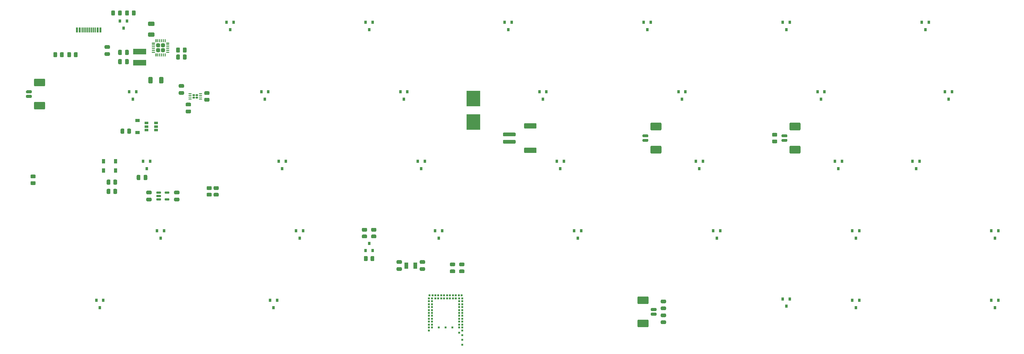
<source format=gbr>
%TF.GenerationSoftware,KiCad,Pcbnew,5.1.9*%
%TF.CreationDate,2021-02-05T17:27:01+00:00*%
%TF.ProjectId,keyboard,6b657962-6f61-4726-942e-6b696361645f,A*%
%TF.SameCoordinates,PX3072580PY3072580*%
%TF.FileFunction,Paste,Bot*%
%TF.FilePolarity,Positive*%
%FSLAX46Y46*%
G04 Gerber Fmt 4.6, Leading zero omitted, Abs format (unit mm)*
G04 Created by KiCad (PCBNEW 5.1.9) date 2021-02-05 17:27:01*
%MOMM*%
%LPD*%
G01*
G04 APERTURE LIST*
%ADD10R,0.900000X1.200000*%
%ADD11R,1.000000X0.700000*%
%ADD12R,3.600000X1.500000*%
%ADD13R,3.810000X4.240000*%
%ADD14R,1.200000X0.900000*%
%ADD15R,0.800000X0.900000*%
%ADD16R,0.600000X1.450000*%
%ADD17R,0.300000X1.450000*%
%ADD18R,1.000000X1.800000*%
%ADD19R,0.500000X0.500000*%
G04 APERTURE END LIST*
%TO.C,R15*%
G36*
G01*
X25165000Y-48710001D02*
X25165000Y-47809999D01*
G75*
G02*
X25414999Y-47560000I249999J0D01*
G01*
X25940001Y-47560000D01*
G75*
G02*
X26190000Y-47809999I0J-249999D01*
G01*
X26190000Y-48710001D01*
G75*
G02*
X25940001Y-48960000I-249999J0D01*
G01*
X25414999Y-48960000D01*
G75*
G02*
X25165000Y-48710001I0J249999D01*
G01*
G37*
G36*
G01*
X23340000Y-48710001D02*
X23340000Y-47809999D01*
G75*
G02*
X23589999Y-47560000I249999J0D01*
G01*
X24115001Y-47560000D01*
G75*
G02*
X24365000Y-47809999I0J-249999D01*
G01*
X24365000Y-48710001D01*
G75*
G02*
X24115001Y-48960000I-249999J0D01*
G01*
X23589999Y-48960000D01*
G75*
G02*
X23340000Y-48710001I0J249999D01*
G01*
G37*
%TD*%
%TO.C,R16*%
G36*
G01*
X25165000Y-51250001D02*
X25165000Y-50349999D01*
G75*
G02*
X25414999Y-50100000I249999J0D01*
G01*
X25940001Y-50100000D01*
G75*
G02*
X26190000Y-50349999I0J-249999D01*
G01*
X26190000Y-51250001D01*
G75*
G02*
X25940001Y-51500000I-249999J0D01*
G01*
X25414999Y-51500000D01*
G75*
G02*
X25165000Y-51250001I0J249999D01*
G01*
G37*
G36*
G01*
X23340000Y-51250001D02*
X23340000Y-50349999D01*
G75*
G02*
X23589999Y-50100000I249999J0D01*
G01*
X24115001Y-50100000D01*
G75*
G02*
X24365000Y-50349999I0J-249999D01*
G01*
X24365000Y-51250001D01*
G75*
G02*
X24115001Y-51500000I-249999J0D01*
G01*
X23589999Y-51500000D01*
G75*
G02*
X23340000Y-51250001I0J249999D01*
G01*
G37*
%TD*%
D10*
%TO.C,D36*%
X22480000Y-45085000D03*
X25780000Y-45085000D03*
%TD*%
%TO.C,D35*%
X22480000Y-42545000D03*
X25780000Y-42545000D03*
%TD*%
%TO.C,C16*%
G36*
G01*
X33470000Y-47465000D02*
X33470000Y-46515000D01*
G75*
G02*
X33720000Y-46265000I250000J0D01*
G01*
X34220000Y-46265000D01*
G75*
G02*
X34470000Y-46515000I0J-250000D01*
G01*
X34470000Y-47465000D01*
G75*
G02*
X34220000Y-47715000I-250000J0D01*
G01*
X33720000Y-47715000D01*
G75*
G02*
X33470000Y-47465000I0J250000D01*
G01*
G37*
G36*
G01*
X31570000Y-47465000D02*
X31570000Y-46515000D01*
G75*
G02*
X31820000Y-46265000I250000J0D01*
G01*
X32320000Y-46265000D01*
G75*
G02*
X32570000Y-46515000I0J-250000D01*
G01*
X32570000Y-47465000D01*
G75*
G02*
X32320000Y-47715000I-250000J0D01*
G01*
X31820000Y-47715000D01*
G75*
G02*
X31570000Y-47465000I0J250000D01*
G01*
G37*
%TD*%
%TO.C,J9*%
G36*
G01*
X3695000Y-26255000D02*
X6195000Y-26255000D01*
G75*
G02*
X6445000Y-26505000I0J-250000D01*
G01*
X6445000Y-28105000D01*
G75*
G02*
X6195000Y-28355000I-250000J0D01*
G01*
X3695000Y-28355000D01*
G75*
G02*
X3445000Y-28105000I0J250000D01*
G01*
X3445000Y-26505000D01*
G75*
G02*
X3695000Y-26255000I250000J0D01*
G01*
G37*
G36*
G01*
X3695000Y-19905000D02*
X6195000Y-19905000D01*
G75*
G02*
X6445000Y-20155000I0J-250000D01*
G01*
X6445000Y-21755000D01*
G75*
G02*
X6195000Y-22005000I-250000J0D01*
G01*
X3695000Y-22005000D01*
G75*
G02*
X3445000Y-21755000I0J250000D01*
G01*
X3445000Y-20155000D01*
G75*
G02*
X3695000Y-19905000I250000J0D01*
G01*
G37*
G36*
G01*
X1445000Y-24355000D02*
X2645000Y-24355000D01*
G75*
G02*
X2845000Y-24555000I0J-200000D01*
G01*
X2845000Y-24955000D01*
G75*
G02*
X2645000Y-25155000I-200000J0D01*
G01*
X1445000Y-25155000D01*
G75*
G02*
X1245000Y-24955000I0J200000D01*
G01*
X1245000Y-24555000D01*
G75*
G02*
X1445000Y-24355000I200000J0D01*
G01*
G37*
G36*
G01*
X1445000Y-23105000D02*
X2645000Y-23105000D01*
G75*
G02*
X2845000Y-23305000I0J-200000D01*
G01*
X2845000Y-23705000D01*
G75*
G02*
X2645000Y-23905000I-200000J0D01*
G01*
X1445000Y-23905000D01*
G75*
G02*
X1245000Y-23705000I0J200000D01*
G01*
X1245000Y-23305000D01*
G75*
G02*
X1445000Y-23105000I200000J0D01*
G01*
G37*
%TD*%
%TO.C,R14*%
G36*
G01*
X3625001Y-47225000D02*
X2724999Y-47225000D01*
G75*
G02*
X2475000Y-46975001I0J249999D01*
G01*
X2475000Y-46449999D01*
G75*
G02*
X2724999Y-46200000I249999J0D01*
G01*
X3625001Y-46200000D01*
G75*
G02*
X3875000Y-46449999I0J-249999D01*
G01*
X3875000Y-46975001D01*
G75*
G02*
X3625001Y-47225000I-249999J0D01*
G01*
G37*
G36*
G01*
X3625001Y-49050000D02*
X2724999Y-49050000D01*
G75*
G02*
X2475000Y-48800001I0J249999D01*
G01*
X2475000Y-48274999D01*
G75*
G02*
X2724999Y-48025000I249999J0D01*
G01*
X3625001Y-48025000D01*
G75*
G02*
X3875000Y-48274999I0J-249999D01*
G01*
X3875000Y-48800001D01*
G75*
G02*
X3625001Y-49050000I-249999J0D01*
G01*
G37*
%TD*%
%TO.C,C10*%
G36*
G01*
X45245000Y-28390000D02*
X46195000Y-28390000D01*
G75*
G02*
X46445000Y-28640000I0J-250000D01*
G01*
X46445000Y-29140000D01*
G75*
G02*
X46195000Y-29390000I-250000J0D01*
G01*
X45245000Y-29390000D01*
G75*
G02*
X44995000Y-29140000I0J250000D01*
G01*
X44995000Y-28640000D01*
G75*
G02*
X45245000Y-28390000I250000J0D01*
G01*
G37*
G36*
G01*
X45245000Y-26490000D02*
X46195000Y-26490000D01*
G75*
G02*
X46445000Y-26740000I0J-250000D01*
G01*
X46445000Y-27240000D01*
G75*
G02*
X46195000Y-27490000I-250000J0D01*
G01*
X45245000Y-27490000D01*
G75*
G02*
X44995000Y-27240000I0J250000D01*
G01*
X44995000Y-26740000D01*
G75*
G02*
X45245000Y-26490000I250000J0D01*
G01*
G37*
%TD*%
%TO.C,C15*%
G36*
G01*
X175420000Y-82360000D02*
X176370000Y-82360000D01*
G75*
G02*
X176620000Y-82610000I0J-250000D01*
G01*
X176620000Y-83110000D01*
G75*
G02*
X176370000Y-83360000I-250000J0D01*
G01*
X175420000Y-83360000D01*
G75*
G02*
X175170000Y-83110000I0J250000D01*
G01*
X175170000Y-82610000D01*
G75*
G02*
X175420000Y-82360000I250000J0D01*
G01*
G37*
G36*
G01*
X175420000Y-80460000D02*
X176370000Y-80460000D01*
G75*
G02*
X176620000Y-80710000I0J-250000D01*
G01*
X176620000Y-81210000D01*
G75*
G02*
X176370000Y-81460000I-250000J0D01*
G01*
X175420000Y-81460000D01*
G75*
G02*
X175170000Y-81210000I0J250000D01*
G01*
X175170000Y-80710000D01*
G75*
G02*
X175420000Y-80460000I250000J0D01*
G01*
G37*
%TD*%
%TO.C,C14*%
G36*
G01*
X175420000Y-86175000D02*
X176370000Y-86175000D01*
G75*
G02*
X176620000Y-86425000I0J-250000D01*
G01*
X176620000Y-86925000D01*
G75*
G02*
X176370000Y-87175000I-250000J0D01*
G01*
X175420000Y-87175000D01*
G75*
G02*
X175170000Y-86925000I0J250000D01*
G01*
X175170000Y-86425000D01*
G75*
G02*
X175420000Y-86175000I250000J0D01*
G01*
G37*
G36*
G01*
X175420000Y-84275000D02*
X176370000Y-84275000D01*
G75*
G02*
X176620000Y-84525000I0J-250000D01*
G01*
X176620000Y-85025000D01*
G75*
G02*
X176370000Y-85275000I-250000J0D01*
G01*
X175420000Y-85275000D01*
G75*
G02*
X175170000Y-85025000I0J250000D01*
G01*
X175170000Y-84525000D01*
G75*
G02*
X175420000Y-84275000I250000J0D01*
G01*
G37*
%TD*%
%TO.C,J8*%
G36*
G01*
X171565000Y-81695000D02*
X169065000Y-81695000D01*
G75*
G02*
X168815000Y-81445000I0J250000D01*
G01*
X168815000Y-79845000D01*
G75*
G02*
X169065000Y-79595000I250000J0D01*
G01*
X171565000Y-79595000D01*
G75*
G02*
X171815000Y-79845000I0J-250000D01*
G01*
X171815000Y-81445000D01*
G75*
G02*
X171565000Y-81695000I-250000J0D01*
G01*
G37*
G36*
G01*
X171565000Y-88045000D02*
X169065000Y-88045000D01*
G75*
G02*
X168815000Y-87795000I0J250000D01*
G01*
X168815000Y-86195000D01*
G75*
G02*
X169065000Y-85945000I250000J0D01*
G01*
X171565000Y-85945000D01*
G75*
G02*
X171815000Y-86195000I0J-250000D01*
G01*
X171815000Y-87795000D01*
G75*
G02*
X171565000Y-88045000I-250000J0D01*
G01*
G37*
G36*
G01*
X173815000Y-83595000D02*
X172615000Y-83595000D01*
G75*
G02*
X172415000Y-83395000I0J200000D01*
G01*
X172415000Y-82995000D01*
G75*
G02*
X172615000Y-82795000I200000J0D01*
G01*
X173815000Y-82795000D01*
G75*
G02*
X174015000Y-82995000I0J-200000D01*
G01*
X174015000Y-83395000D01*
G75*
G02*
X173815000Y-83595000I-200000J0D01*
G01*
G37*
G36*
G01*
X173815000Y-84845000D02*
X172615000Y-84845000D01*
G75*
G02*
X172415000Y-84645000I0J200000D01*
G01*
X172415000Y-84245000D01*
G75*
G02*
X172615000Y-84045000I200000J0D01*
G01*
X173815000Y-84045000D01*
G75*
G02*
X174015000Y-84245000I0J-200000D01*
G01*
X174015000Y-84645000D01*
G75*
G02*
X173815000Y-84845000I-200000J0D01*
G01*
G37*
%TD*%
%TO.C,R13*%
G36*
G01*
X53790001Y-50400000D02*
X52889999Y-50400000D01*
G75*
G02*
X52640000Y-50150001I0J249999D01*
G01*
X52640000Y-49624999D01*
G75*
G02*
X52889999Y-49375000I249999J0D01*
G01*
X53790001Y-49375000D01*
G75*
G02*
X54040000Y-49624999I0J-249999D01*
G01*
X54040000Y-50150001D01*
G75*
G02*
X53790001Y-50400000I-249999J0D01*
G01*
G37*
G36*
G01*
X53790001Y-52225000D02*
X52889999Y-52225000D01*
G75*
G02*
X52640000Y-51975001I0J249999D01*
G01*
X52640000Y-51449999D01*
G75*
G02*
X52889999Y-51200000I249999J0D01*
G01*
X53790001Y-51200000D01*
G75*
G02*
X54040000Y-51449999I0J-249999D01*
G01*
X54040000Y-51975001D01*
G75*
G02*
X53790001Y-52225000I-249999J0D01*
G01*
G37*
%TD*%
%TO.C,R12*%
G36*
G01*
X51885001Y-50400000D02*
X50984999Y-50400000D01*
G75*
G02*
X50735000Y-50150001I0J249999D01*
G01*
X50735000Y-49624999D01*
G75*
G02*
X50984999Y-49375000I249999J0D01*
G01*
X51885001Y-49375000D01*
G75*
G02*
X52135000Y-49624999I0J-249999D01*
G01*
X52135000Y-50150001D01*
G75*
G02*
X51885001Y-50400000I-249999J0D01*
G01*
G37*
G36*
G01*
X51885001Y-52225000D02*
X50984999Y-52225000D01*
G75*
G02*
X50735000Y-51975001I0J249999D01*
G01*
X50735000Y-51449999D01*
G75*
G02*
X50984999Y-51200000I249999J0D01*
G01*
X51885001Y-51200000D01*
G75*
G02*
X52135000Y-51449999I0J-249999D01*
G01*
X52135000Y-51975001D01*
G75*
G02*
X51885001Y-52225000I-249999J0D01*
G01*
G37*
%TD*%
%TO.C,R10*%
G36*
G01*
X28175000Y-33839999D02*
X28175000Y-34740001D01*
G75*
G02*
X27925001Y-34990000I-249999J0D01*
G01*
X27399999Y-34990000D01*
G75*
G02*
X27150000Y-34740001I0J249999D01*
G01*
X27150000Y-33839999D01*
G75*
G02*
X27399999Y-33590000I249999J0D01*
G01*
X27925001Y-33590000D01*
G75*
G02*
X28175000Y-33839999I0J-249999D01*
G01*
G37*
G36*
G01*
X30000000Y-33839999D02*
X30000000Y-34740001D01*
G75*
G02*
X29750001Y-34990000I-249999J0D01*
G01*
X29224999Y-34990000D01*
G75*
G02*
X28975000Y-34740001I0J249999D01*
G01*
X28975000Y-33839999D01*
G75*
G02*
X29224999Y-33590000I249999J0D01*
G01*
X29750001Y-33590000D01*
G75*
G02*
X30000000Y-33839999I0J-249999D01*
G01*
G37*
%TD*%
%TO.C,C9*%
G36*
G01*
X37730000Y-20970001D02*
X37730000Y-19669999D01*
G75*
G02*
X37979999Y-19420000I249999J0D01*
G01*
X38630001Y-19420000D01*
G75*
G02*
X38880000Y-19669999I0J-249999D01*
G01*
X38880000Y-20970001D01*
G75*
G02*
X38630001Y-21220000I-249999J0D01*
G01*
X37979999Y-21220000D01*
G75*
G02*
X37730000Y-20970001I0J249999D01*
G01*
G37*
G36*
G01*
X34780000Y-20970001D02*
X34780000Y-19669999D01*
G75*
G02*
X35029999Y-19420000I249999J0D01*
G01*
X35680001Y-19420000D01*
G75*
G02*
X35930000Y-19669999I0J-249999D01*
G01*
X35930000Y-20970001D01*
G75*
G02*
X35680001Y-21220000I-249999J0D01*
G01*
X35029999Y-21220000D01*
G75*
G02*
X34780000Y-20970001I0J249999D01*
G01*
G37*
%TD*%
%TO.C,C6*%
G36*
G01*
X36210001Y-5450000D02*
X34909999Y-5450000D01*
G75*
G02*
X34660000Y-5200001I0J249999D01*
G01*
X34660000Y-4549999D01*
G75*
G02*
X34909999Y-4300000I249999J0D01*
G01*
X36210001Y-4300000D01*
G75*
G02*
X36460000Y-4549999I0J-249999D01*
G01*
X36460000Y-5200001D01*
G75*
G02*
X36210001Y-5450000I-249999J0D01*
G01*
G37*
G36*
G01*
X36210001Y-8400000D02*
X34909999Y-8400000D01*
G75*
G02*
X34660000Y-8150001I0J249999D01*
G01*
X34660000Y-7499999D01*
G75*
G02*
X34909999Y-7250000I249999J0D01*
G01*
X36210001Y-7250000D01*
G75*
G02*
X36460000Y-7499999I0J-249999D01*
G01*
X36460000Y-8150001D01*
G75*
G02*
X36210001Y-8400000I-249999J0D01*
G01*
G37*
%TD*%
%TO.C,U4*%
G36*
G01*
X39210000Y-53170000D02*
X39210000Y-52870000D01*
G75*
G02*
X39360000Y-52720000I150000J0D01*
G01*
X40385000Y-52720000D01*
G75*
G02*
X40535000Y-52870000I0J-150000D01*
G01*
X40535000Y-53170000D01*
G75*
G02*
X40385000Y-53320000I-150000J0D01*
G01*
X39360000Y-53320000D01*
G75*
G02*
X39210000Y-53170000I0J150000D01*
G01*
G37*
G36*
G01*
X39210000Y-51270000D02*
X39210000Y-50970000D01*
G75*
G02*
X39360000Y-50820000I150000J0D01*
G01*
X40385000Y-50820000D01*
G75*
G02*
X40535000Y-50970000I0J-150000D01*
G01*
X40535000Y-51270000D01*
G75*
G02*
X40385000Y-51420000I-150000J0D01*
G01*
X39360000Y-51420000D01*
G75*
G02*
X39210000Y-51270000I0J150000D01*
G01*
G37*
G36*
G01*
X36935000Y-51270000D02*
X36935000Y-50970000D01*
G75*
G02*
X37085000Y-50820000I150000J0D01*
G01*
X38110000Y-50820000D01*
G75*
G02*
X38260000Y-50970000I0J-150000D01*
G01*
X38260000Y-51270000D01*
G75*
G02*
X38110000Y-51420000I-150000J0D01*
G01*
X37085000Y-51420000D01*
G75*
G02*
X36935000Y-51270000I0J150000D01*
G01*
G37*
G36*
G01*
X36935000Y-52220000D02*
X36935000Y-51920000D01*
G75*
G02*
X37085000Y-51770000I150000J0D01*
G01*
X38110000Y-51770000D01*
G75*
G02*
X38260000Y-51920000I0J-150000D01*
G01*
X38260000Y-52220000D01*
G75*
G02*
X38110000Y-52370000I-150000J0D01*
G01*
X37085000Y-52370000D01*
G75*
G02*
X36935000Y-52220000I0J150000D01*
G01*
G37*
G36*
G01*
X36935000Y-53170000D02*
X36935000Y-52870000D01*
G75*
G02*
X37085000Y-52720000I150000J0D01*
G01*
X38110000Y-52720000D01*
G75*
G02*
X38260000Y-52870000I0J-150000D01*
G01*
X38260000Y-53170000D01*
G75*
G02*
X38110000Y-53320000I-150000J0D01*
G01*
X37085000Y-53320000D01*
G75*
G02*
X36935000Y-53170000I0J150000D01*
G01*
G37*
%TD*%
%TO.C,U3*%
G36*
G01*
X47705000Y-24555000D02*
X47705000Y-24275000D01*
G75*
G02*
X47845000Y-24135000I140000J0D01*
G01*
X48255000Y-24135000D01*
G75*
G02*
X48395000Y-24275000I0J-140000D01*
G01*
X48395000Y-24555000D01*
G75*
G02*
X48255000Y-24695000I-140000J0D01*
G01*
X47845000Y-24695000D01*
G75*
G02*
X47705000Y-24555000I0J140000D01*
G01*
G37*
G36*
G01*
X47705000Y-25255000D02*
X47705000Y-24975000D01*
G75*
G02*
X47845000Y-24835000I140000J0D01*
G01*
X48255000Y-24835000D01*
G75*
G02*
X48395000Y-24975000I0J-140000D01*
G01*
X48395000Y-25255000D01*
G75*
G02*
X48255000Y-25395000I-140000J0D01*
G01*
X47845000Y-25395000D01*
G75*
G02*
X47705000Y-25255000I0J140000D01*
G01*
G37*
G36*
G01*
X46855000Y-24555000D02*
X46855000Y-24275000D01*
G75*
G02*
X46995000Y-24135000I140000J0D01*
G01*
X47405000Y-24135000D01*
G75*
G02*
X47545000Y-24275000I0J-140000D01*
G01*
X47545000Y-24555000D01*
G75*
G02*
X47405000Y-24695000I-140000J0D01*
G01*
X46995000Y-24695000D01*
G75*
G02*
X46855000Y-24555000I0J140000D01*
G01*
G37*
G36*
G01*
X46855000Y-25255000D02*
X46855000Y-24975000D01*
G75*
G02*
X46995000Y-24835000I140000J0D01*
G01*
X47405000Y-24835000D01*
G75*
G02*
X47545000Y-24975000I0J-140000D01*
G01*
X47545000Y-25255000D01*
G75*
G02*
X47405000Y-25395000I-140000J0D01*
G01*
X46995000Y-25395000D01*
G75*
G02*
X46855000Y-25255000I0J140000D01*
G01*
G37*
G36*
G01*
X48675000Y-25577500D02*
X48675000Y-25452500D01*
G75*
G02*
X48737500Y-25390000I62500J0D01*
G01*
X49412500Y-25390000D01*
G75*
G02*
X49475000Y-25452500I0J-62500D01*
G01*
X49475000Y-25577500D01*
G75*
G02*
X49412500Y-25640000I-62500J0D01*
G01*
X48737500Y-25640000D01*
G75*
G02*
X48675000Y-25577500I0J62500D01*
G01*
G37*
G36*
G01*
X48675000Y-25077500D02*
X48675000Y-24952500D01*
G75*
G02*
X48737500Y-24890000I62500J0D01*
G01*
X49412500Y-24890000D01*
G75*
G02*
X49475000Y-24952500I0J-62500D01*
G01*
X49475000Y-25077500D01*
G75*
G02*
X49412500Y-25140000I-62500J0D01*
G01*
X48737500Y-25140000D01*
G75*
G02*
X48675000Y-25077500I0J62500D01*
G01*
G37*
G36*
G01*
X48675000Y-24577500D02*
X48675000Y-24452500D01*
G75*
G02*
X48737500Y-24390000I62500J0D01*
G01*
X49412500Y-24390000D01*
G75*
G02*
X49475000Y-24452500I0J-62500D01*
G01*
X49475000Y-24577500D01*
G75*
G02*
X49412500Y-24640000I-62500J0D01*
G01*
X48737500Y-24640000D01*
G75*
G02*
X48675000Y-24577500I0J62500D01*
G01*
G37*
G36*
G01*
X48675000Y-24077500D02*
X48675000Y-23952500D01*
G75*
G02*
X48737500Y-23890000I62500J0D01*
G01*
X49412500Y-23890000D01*
G75*
G02*
X49475000Y-23952500I0J-62500D01*
G01*
X49475000Y-24077500D01*
G75*
G02*
X49412500Y-24140000I-62500J0D01*
G01*
X48737500Y-24140000D01*
G75*
G02*
X48675000Y-24077500I0J62500D01*
G01*
G37*
G36*
G01*
X45775000Y-24077500D02*
X45775000Y-23952500D01*
G75*
G02*
X45837500Y-23890000I62500J0D01*
G01*
X46512500Y-23890000D01*
G75*
G02*
X46575000Y-23952500I0J-62500D01*
G01*
X46575000Y-24077500D01*
G75*
G02*
X46512500Y-24140000I-62500J0D01*
G01*
X45837500Y-24140000D01*
G75*
G02*
X45775000Y-24077500I0J62500D01*
G01*
G37*
G36*
G01*
X45775000Y-24577500D02*
X45775000Y-24452500D01*
G75*
G02*
X45837500Y-24390000I62500J0D01*
G01*
X46512500Y-24390000D01*
G75*
G02*
X46575000Y-24452500I0J-62500D01*
G01*
X46575000Y-24577500D01*
G75*
G02*
X46512500Y-24640000I-62500J0D01*
G01*
X45837500Y-24640000D01*
G75*
G02*
X45775000Y-24577500I0J62500D01*
G01*
G37*
G36*
G01*
X45775000Y-25077500D02*
X45775000Y-24952500D01*
G75*
G02*
X45837500Y-24890000I62500J0D01*
G01*
X46512500Y-24890000D01*
G75*
G02*
X46575000Y-24952500I0J-62500D01*
G01*
X46575000Y-25077500D01*
G75*
G02*
X46512500Y-25140000I-62500J0D01*
G01*
X45837500Y-25140000D01*
G75*
G02*
X45775000Y-25077500I0J62500D01*
G01*
G37*
G36*
G01*
X45775000Y-25577500D02*
X45775000Y-25452500D01*
G75*
G02*
X45837500Y-25390000I62500J0D01*
G01*
X46512500Y-25390000D01*
G75*
G02*
X46575000Y-25452500I0J-62500D01*
G01*
X46575000Y-25577500D01*
G75*
G02*
X46512500Y-25640000I-62500J0D01*
G01*
X45837500Y-25640000D01*
G75*
G02*
X45775000Y-25577500I0J62500D01*
G01*
G37*
%TD*%
%TO.C,U2*%
G36*
G01*
X38475000Y-11555000D02*
X39045000Y-11555000D01*
G75*
G02*
X39295000Y-11805000I0J-250000D01*
G01*
X39295000Y-12375000D01*
G75*
G02*
X39045000Y-12625000I-250000J0D01*
G01*
X38475000Y-12625000D01*
G75*
G02*
X38225000Y-12375000I0J250000D01*
G01*
X38225000Y-11805000D01*
G75*
G02*
X38475000Y-11555000I250000J0D01*
G01*
G37*
G36*
G01*
X37155000Y-11555000D02*
X37725000Y-11555000D01*
G75*
G02*
X37975000Y-11805000I0J-250000D01*
G01*
X37975000Y-12375000D01*
G75*
G02*
X37725000Y-12625000I-250000J0D01*
G01*
X37155000Y-12625000D01*
G75*
G02*
X36905000Y-12375000I0J250000D01*
G01*
X36905000Y-11805000D01*
G75*
G02*
X37155000Y-11555000I250000J0D01*
G01*
G37*
G36*
G01*
X38475000Y-10235000D02*
X39045000Y-10235000D01*
G75*
G02*
X39295000Y-10485000I0J-250000D01*
G01*
X39295000Y-11055000D01*
G75*
G02*
X39045000Y-11305000I-250000J0D01*
G01*
X38475000Y-11305000D01*
G75*
G02*
X38225000Y-11055000I0J250000D01*
G01*
X38225000Y-10485000D01*
G75*
G02*
X38475000Y-10235000I250000J0D01*
G01*
G37*
G36*
G01*
X37155000Y-10235000D02*
X37725000Y-10235000D01*
G75*
G02*
X37975000Y-10485000I0J-250000D01*
G01*
X37975000Y-11055000D01*
G75*
G02*
X37725000Y-11305000I-250000J0D01*
G01*
X37155000Y-11305000D01*
G75*
G02*
X36905000Y-11055000I0J250000D01*
G01*
X36905000Y-10485000D01*
G75*
G02*
X37155000Y-10235000I250000J0D01*
G01*
G37*
G36*
G01*
X35800000Y-10030000D02*
X36500000Y-10030000D01*
G75*
G02*
X36575000Y-10105000I0J-75000D01*
G01*
X36575000Y-10255000D01*
G75*
G02*
X36500000Y-10330000I-75000J0D01*
G01*
X35800000Y-10330000D01*
G75*
G02*
X35725000Y-10255000I0J75000D01*
G01*
X35725000Y-10105000D01*
G75*
G02*
X35800000Y-10030000I75000J0D01*
G01*
G37*
G36*
G01*
X35800000Y-10530000D02*
X36500000Y-10530000D01*
G75*
G02*
X36575000Y-10605000I0J-75000D01*
G01*
X36575000Y-10755000D01*
G75*
G02*
X36500000Y-10830000I-75000J0D01*
G01*
X35800000Y-10830000D01*
G75*
G02*
X35725000Y-10755000I0J75000D01*
G01*
X35725000Y-10605000D01*
G75*
G02*
X35800000Y-10530000I75000J0D01*
G01*
G37*
G36*
G01*
X35800000Y-11030000D02*
X36500000Y-11030000D01*
G75*
G02*
X36575000Y-11105000I0J-75000D01*
G01*
X36575000Y-11255000D01*
G75*
G02*
X36500000Y-11330000I-75000J0D01*
G01*
X35800000Y-11330000D01*
G75*
G02*
X35725000Y-11255000I0J75000D01*
G01*
X35725000Y-11105000D01*
G75*
G02*
X35800000Y-11030000I75000J0D01*
G01*
G37*
G36*
G01*
X35800000Y-11530000D02*
X36500000Y-11530000D01*
G75*
G02*
X36575000Y-11605000I0J-75000D01*
G01*
X36575000Y-11755000D01*
G75*
G02*
X36500000Y-11830000I-75000J0D01*
G01*
X35800000Y-11830000D01*
G75*
G02*
X35725000Y-11755000I0J75000D01*
G01*
X35725000Y-11605000D01*
G75*
G02*
X35800000Y-11530000I75000J0D01*
G01*
G37*
G36*
G01*
X35800000Y-12030000D02*
X36500000Y-12030000D01*
G75*
G02*
X36575000Y-12105000I0J-75000D01*
G01*
X36575000Y-12255000D01*
G75*
G02*
X36500000Y-12330000I-75000J0D01*
G01*
X35800000Y-12330000D01*
G75*
G02*
X35725000Y-12255000I0J75000D01*
G01*
X35725000Y-12105000D01*
G75*
G02*
X35800000Y-12030000I75000J0D01*
G01*
G37*
G36*
G01*
X35800000Y-12530000D02*
X36500000Y-12530000D01*
G75*
G02*
X36575000Y-12605000I0J-75000D01*
G01*
X36575000Y-12755000D01*
G75*
G02*
X36500000Y-12830000I-75000J0D01*
G01*
X35800000Y-12830000D01*
G75*
G02*
X35725000Y-12755000I0J75000D01*
G01*
X35725000Y-12605000D01*
G75*
G02*
X35800000Y-12530000I75000J0D01*
G01*
G37*
G36*
G01*
X36775000Y-12955000D02*
X36925000Y-12955000D01*
G75*
G02*
X37000000Y-13030000I0J-75000D01*
G01*
X37000000Y-13730000D01*
G75*
G02*
X36925000Y-13805000I-75000J0D01*
G01*
X36775000Y-13805000D01*
G75*
G02*
X36700000Y-13730000I0J75000D01*
G01*
X36700000Y-13030000D01*
G75*
G02*
X36775000Y-12955000I75000J0D01*
G01*
G37*
G36*
G01*
X37275000Y-12955000D02*
X37425000Y-12955000D01*
G75*
G02*
X37500000Y-13030000I0J-75000D01*
G01*
X37500000Y-13730000D01*
G75*
G02*
X37425000Y-13805000I-75000J0D01*
G01*
X37275000Y-13805000D01*
G75*
G02*
X37200000Y-13730000I0J75000D01*
G01*
X37200000Y-13030000D01*
G75*
G02*
X37275000Y-12955000I75000J0D01*
G01*
G37*
G36*
G01*
X37775000Y-12955000D02*
X37925000Y-12955000D01*
G75*
G02*
X38000000Y-13030000I0J-75000D01*
G01*
X38000000Y-13730000D01*
G75*
G02*
X37925000Y-13805000I-75000J0D01*
G01*
X37775000Y-13805000D01*
G75*
G02*
X37700000Y-13730000I0J75000D01*
G01*
X37700000Y-13030000D01*
G75*
G02*
X37775000Y-12955000I75000J0D01*
G01*
G37*
G36*
G01*
X38275000Y-12955000D02*
X38425000Y-12955000D01*
G75*
G02*
X38500000Y-13030000I0J-75000D01*
G01*
X38500000Y-13730000D01*
G75*
G02*
X38425000Y-13805000I-75000J0D01*
G01*
X38275000Y-13805000D01*
G75*
G02*
X38200000Y-13730000I0J75000D01*
G01*
X38200000Y-13030000D01*
G75*
G02*
X38275000Y-12955000I75000J0D01*
G01*
G37*
G36*
G01*
X38775000Y-12955000D02*
X38925000Y-12955000D01*
G75*
G02*
X39000000Y-13030000I0J-75000D01*
G01*
X39000000Y-13730000D01*
G75*
G02*
X38925000Y-13805000I-75000J0D01*
G01*
X38775000Y-13805000D01*
G75*
G02*
X38700000Y-13730000I0J75000D01*
G01*
X38700000Y-13030000D01*
G75*
G02*
X38775000Y-12955000I75000J0D01*
G01*
G37*
G36*
G01*
X39275000Y-12955000D02*
X39425000Y-12955000D01*
G75*
G02*
X39500000Y-13030000I0J-75000D01*
G01*
X39500000Y-13730000D01*
G75*
G02*
X39425000Y-13805000I-75000J0D01*
G01*
X39275000Y-13805000D01*
G75*
G02*
X39200000Y-13730000I0J75000D01*
G01*
X39200000Y-13030000D01*
G75*
G02*
X39275000Y-12955000I75000J0D01*
G01*
G37*
G36*
G01*
X39700000Y-12530000D02*
X40400000Y-12530000D01*
G75*
G02*
X40475000Y-12605000I0J-75000D01*
G01*
X40475000Y-12755000D01*
G75*
G02*
X40400000Y-12830000I-75000J0D01*
G01*
X39700000Y-12830000D01*
G75*
G02*
X39625000Y-12755000I0J75000D01*
G01*
X39625000Y-12605000D01*
G75*
G02*
X39700000Y-12530000I75000J0D01*
G01*
G37*
G36*
G01*
X39700000Y-12030000D02*
X40400000Y-12030000D01*
G75*
G02*
X40475000Y-12105000I0J-75000D01*
G01*
X40475000Y-12255000D01*
G75*
G02*
X40400000Y-12330000I-75000J0D01*
G01*
X39700000Y-12330000D01*
G75*
G02*
X39625000Y-12255000I0J75000D01*
G01*
X39625000Y-12105000D01*
G75*
G02*
X39700000Y-12030000I75000J0D01*
G01*
G37*
G36*
G01*
X39700000Y-11530000D02*
X40400000Y-11530000D01*
G75*
G02*
X40475000Y-11605000I0J-75000D01*
G01*
X40475000Y-11755000D01*
G75*
G02*
X40400000Y-11830000I-75000J0D01*
G01*
X39700000Y-11830000D01*
G75*
G02*
X39625000Y-11755000I0J75000D01*
G01*
X39625000Y-11605000D01*
G75*
G02*
X39700000Y-11530000I75000J0D01*
G01*
G37*
G36*
G01*
X39700000Y-11030000D02*
X40400000Y-11030000D01*
G75*
G02*
X40475000Y-11105000I0J-75000D01*
G01*
X40475000Y-11255000D01*
G75*
G02*
X40400000Y-11330000I-75000J0D01*
G01*
X39700000Y-11330000D01*
G75*
G02*
X39625000Y-11255000I0J75000D01*
G01*
X39625000Y-11105000D01*
G75*
G02*
X39700000Y-11030000I75000J0D01*
G01*
G37*
G36*
G01*
X39700000Y-10530000D02*
X40400000Y-10530000D01*
G75*
G02*
X40475000Y-10605000I0J-75000D01*
G01*
X40475000Y-10755000D01*
G75*
G02*
X40400000Y-10830000I-75000J0D01*
G01*
X39700000Y-10830000D01*
G75*
G02*
X39625000Y-10755000I0J75000D01*
G01*
X39625000Y-10605000D01*
G75*
G02*
X39700000Y-10530000I75000J0D01*
G01*
G37*
G36*
G01*
X39700000Y-10030000D02*
X40400000Y-10030000D01*
G75*
G02*
X40475000Y-10105000I0J-75000D01*
G01*
X40475000Y-10255000D01*
G75*
G02*
X40400000Y-10330000I-75000J0D01*
G01*
X39700000Y-10330000D01*
G75*
G02*
X39625000Y-10255000I0J75000D01*
G01*
X39625000Y-10105000D01*
G75*
G02*
X39700000Y-10030000I75000J0D01*
G01*
G37*
G36*
G01*
X39275000Y-9055000D02*
X39425000Y-9055000D01*
G75*
G02*
X39500000Y-9130000I0J-75000D01*
G01*
X39500000Y-9830000D01*
G75*
G02*
X39425000Y-9905000I-75000J0D01*
G01*
X39275000Y-9905000D01*
G75*
G02*
X39200000Y-9830000I0J75000D01*
G01*
X39200000Y-9130000D01*
G75*
G02*
X39275000Y-9055000I75000J0D01*
G01*
G37*
G36*
G01*
X38775000Y-9055000D02*
X38925000Y-9055000D01*
G75*
G02*
X39000000Y-9130000I0J-75000D01*
G01*
X39000000Y-9830000D01*
G75*
G02*
X38925000Y-9905000I-75000J0D01*
G01*
X38775000Y-9905000D01*
G75*
G02*
X38700000Y-9830000I0J75000D01*
G01*
X38700000Y-9130000D01*
G75*
G02*
X38775000Y-9055000I75000J0D01*
G01*
G37*
G36*
G01*
X38275000Y-9055000D02*
X38425000Y-9055000D01*
G75*
G02*
X38500000Y-9130000I0J-75000D01*
G01*
X38500000Y-9830000D01*
G75*
G02*
X38425000Y-9905000I-75000J0D01*
G01*
X38275000Y-9905000D01*
G75*
G02*
X38200000Y-9830000I0J75000D01*
G01*
X38200000Y-9130000D01*
G75*
G02*
X38275000Y-9055000I75000J0D01*
G01*
G37*
G36*
G01*
X37775000Y-9055000D02*
X37925000Y-9055000D01*
G75*
G02*
X38000000Y-9130000I0J-75000D01*
G01*
X38000000Y-9830000D01*
G75*
G02*
X37925000Y-9905000I-75000J0D01*
G01*
X37775000Y-9905000D01*
G75*
G02*
X37700000Y-9830000I0J75000D01*
G01*
X37700000Y-9130000D01*
G75*
G02*
X37775000Y-9055000I75000J0D01*
G01*
G37*
G36*
G01*
X37275000Y-9055000D02*
X37425000Y-9055000D01*
G75*
G02*
X37500000Y-9130000I0J-75000D01*
G01*
X37500000Y-9830000D01*
G75*
G02*
X37425000Y-9905000I-75000J0D01*
G01*
X37275000Y-9905000D01*
G75*
G02*
X37200000Y-9830000I0J75000D01*
G01*
X37200000Y-9130000D01*
G75*
G02*
X37275000Y-9055000I75000J0D01*
G01*
G37*
G36*
G01*
X36775000Y-9055000D02*
X36925000Y-9055000D01*
G75*
G02*
X37000000Y-9130000I0J-75000D01*
G01*
X37000000Y-9830000D01*
G75*
G02*
X36925000Y-9905000I-75000J0D01*
G01*
X36775000Y-9905000D01*
G75*
G02*
X36700000Y-9830000I0J75000D01*
G01*
X36700000Y-9130000D01*
G75*
G02*
X36775000Y-9055000I75000J0D01*
G01*
G37*
%TD*%
%TO.C,TH1*%
G36*
G01*
X205924999Y-36595000D02*
X206825001Y-36595000D01*
G75*
G02*
X207075000Y-36844999I0J-249999D01*
G01*
X207075000Y-37370001D01*
G75*
G02*
X206825001Y-37620000I-249999J0D01*
G01*
X205924999Y-37620000D01*
G75*
G02*
X205675000Y-37370001I0J249999D01*
G01*
X205675000Y-36844999D01*
G75*
G02*
X205924999Y-36595000I249999J0D01*
G01*
G37*
G36*
G01*
X205924999Y-34770000D02*
X206825001Y-34770000D01*
G75*
G02*
X207075000Y-35019999I0J-249999D01*
G01*
X207075000Y-35545001D01*
G75*
G02*
X206825001Y-35795000I-249999J0D01*
G01*
X205924999Y-35795000D01*
G75*
G02*
X205675000Y-35545001I0J249999D01*
G01*
X205675000Y-35019999D01*
G75*
G02*
X205924999Y-34770000I249999J0D01*
G01*
G37*
%TD*%
%TO.C,R9*%
G36*
G01*
X51250001Y-24365000D02*
X50349999Y-24365000D01*
G75*
G02*
X50100000Y-24115001I0J249999D01*
G01*
X50100000Y-23589999D01*
G75*
G02*
X50349999Y-23340000I249999J0D01*
G01*
X51250001Y-23340000D01*
G75*
G02*
X51500000Y-23589999I0J-249999D01*
G01*
X51500000Y-24115001D01*
G75*
G02*
X51250001Y-24365000I-249999J0D01*
G01*
G37*
G36*
G01*
X51250001Y-26190000D02*
X50349999Y-26190000D01*
G75*
G02*
X50100000Y-25940001I0J249999D01*
G01*
X50100000Y-25414999D01*
G75*
G02*
X50349999Y-25165000I249999J0D01*
G01*
X51250001Y-25165000D01*
G75*
G02*
X51500000Y-25414999I0J-249999D01*
G01*
X51500000Y-25940001D01*
G75*
G02*
X51250001Y-26190000I-249999J0D01*
G01*
G37*
%TD*%
%TO.C,R8*%
G36*
G01*
X44215000Y-14420001D02*
X44215000Y-13519999D01*
G75*
G02*
X44464999Y-13270000I249999J0D01*
G01*
X44990001Y-13270000D01*
G75*
G02*
X45240000Y-13519999I0J-249999D01*
G01*
X45240000Y-14420001D01*
G75*
G02*
X44990001Y-14670000I-249999J0D01*
G01*
X44464999Y-14670000D01*
G75*
G02*
X44215000Y-14420001I0J249999D01*
G01*
G37*
G36*
G01*
X42390000Y-14420001D02*
X42390000Y-13519999D01*
G75*
G02*
X42639999Y-13270000I249999J0D01*
G01*
X43165001Y-13270000D01*
G75*
G02*
X43415000Y-13519999I0J-249999D01*
G01*
X43415000Y-14420001D01*
G75*
G02*
X43165001Y-14670000I-249999J0D01*
G01*
X42639999Y-14670000D01*
G75*
G02*
X42390000Y-14420001I0J249999D01*
G01*
G37*
%TD*%
%TO.C,R7*%
G36*
G01*
X43415000Y-11614999D02*
X43415000Y-12515001D01*
G75*
G02*
X43165001Y-12765000I-249999J0D01*
G01*
X42639999Y-12765000D01*
G75*
G02*
X42390000Y-12515001I0J249999D01*
G01*
X42390000Y-11614999D01*
G75*
G02*
X42639999Y-11365000I249999J0D01*
G01*
X43165001Y-11365000D01*
G75*
G02*
X43415000Y-11614999I0J-249999D01*
G01*
G37*
G36*
G01*
X45240000Y-11614999D02*
X45240000Y-12515001D01*
G75*
G02*
X44990001Y-12765000I-249999J0D01*
G01*
X44464999Y-12765000D01*
G75*
G02*
X44215000Y-12515001I0J249999D01*
G01*
X44215000Y-11614999D01*
G75*
G02*
X44464999Y-11365000I249999J0D01*
G01*
X44990001Y-11365000D01*
G75*
G02*
X45240000Y-11614999I0J-249999D01*
G01*
G37*
%TD*%
%TO.C,R6*%
G36*
G01*
X29445000Y-1454999D02*
X29445000Y-2355001D01*
G75*
G02*
X29195001Y-2605000I-249999J0D01*
G01*
X28669999Y-2605000D01*
G75*
G02*
X28420000Y-2355001I0J249999D01*
G01*
X28420000Y-1454999D01*
G75*
G02*
X28669999Y-1205000I249999J0D01*
G01*
X29195001Y-1205000D01*
G75*
G02*
X29445000Y-1454999I0J-249999D01*
G01*
G37*
G36*
G01*
X31270000Y-1454999D02*
X31270000Y-2355001D01*
G75*
G02*
X31020001Y-2605000I-249999J0D01*
G01*
X30494999Y-2605000D01*
G75*
G02*
X30245000Y-2355001I0J249999D01*
G01*
X30245000Y-1454999D01*
G75*
G02*
X30494999Y-1205000I249999J0D01*
G01*
X31020001Y-1205000D01*
G75*
G02*
X31270000Y-1454999I0J-249999D01*
G01*
G37*
%TD*%
%TO.C,R5*%
G36*
G01*
X14370000Y-13785001D02*
X14370000Y-12884999D01*
G75*
G02*
X14619999Y-12635000I249999J0D01*
G01*
X15145001Y-12635000D01*
G75*
G02*
X15395000Y-12884999I0J-249999D01*
G01*
X15395000Y-13785001D01*
G75*
G02*
X15145001Y-14035000I-249999J0D01*
G01*
X14619999Y-14035000D01*
G75*
G02*
X14370000Y-13785001I0J249999D01*
G01*
G37*
G36*
G01*
X12545000Y-13785001D02*
X12545000Y-12884999D01*
G75*
G02*
X12794999Y-12635000I249999J0D01*
G01*
X13320001Y-12635000D01*
G75*
G02*
X13570000Y-12884999I0J-249999D01*
G01*
X13570000Y-13785001D01*
G75*
G02*
X13320001Y-14035000I-249999J0D01*
G01*
X12794999Y-14035000D01*
G75*
G02*
X12545000Y-13785001I0J249999D01*
G01*
G37*
%TD*%
%TO.C,R3*%
G36*
G01*
X94850000Y-68764999D02*
X94850000Y-69665001D01*
G75*
G02*
X94600001Y-69915000I-249999J0D01*
G01*
X94074999Y-69915000D01*
G75*
G02*
X93825000Y-69665001I0J249999D01*
G01*
X93825000Y-68764999D01*
G75*
G02*
X94074999Y-68515000I249999J0D01*
G01*
X94600001Y-68515000D01*
G75*
G02*
X94850000Y-68764999I0J-249999D01*
G01*
G37*
G36*
G01*
X96675000Y-68764999D02*
X96675000Y-69665001D01*
G75*
G02*
X96425001Y-69915000I-249999J0D01*
G01*
X95899999Y-69915000D01*
G75*
G02*
X95650000Y-69665001I0J249999D01*
G01*
X95650000Y-68764999D01*
G75*
G02*
X95899999Y-68515000I249999J0D01*
G01*
X96425001Y-68515000D01*
G75*
G02*
X96675000Y-68764999I0J-249999D01*
G01*
G37*
%TD*%
D11*
%TO.C,Q2*%
X36860000Y-33020000D03*
X36860000Y-33970000D03*
X36860000Y-32070000D03*
X34260000Y-32070000D03*
X34260000Y-33020000D03*
X34260000Y-33970000D03*
%TD*%
%TO.C,LED1*%
G36*
G01*
X25585000Y-1448750D02*
X25585000Y-2361250D01*
G75*
G02*
X25341250Y-2605000I-243750J0D01*
G01*
X24853750Y-2605000D01*
G75*
G02*
X24610000Y-2361250I0J243750D01*
G01*
X24610000Y-1448750D01*
G75*
G02*
X24853750Y-1205000I243750J0D01*
G01*
X25341250Y-1205000D01*
G75*
G02*
X25585000Y-1448750I0J-243750D01*
G01*
G37*
G36*
G01*
X27460000Y-1448750D02*
X27460000Y-2361250D01*
G75*
G02*
X27216250Y-2605000I-243750J0D01*
G01*
X26728750Y-2605000D01*
G75*
G02*
X26485000Y-2361250I0J243750D01*
G01*
X26485000Y-1448750D01*
G75*
G02*
X26728750Y-1205000I243750J0D01*
G01*
X27216250Y-1205000D01*
G75*
G02*
X27460000Y-1448750I0J-243750D01*
G01*
G37*
%TD*%
D12*
%TO.C,L1*%
X32385000Y-15495000D03*
X32385000Y-12445000D03*
%TD*%
%TO.C,J6*%
G36*
G01*
X210705000Y-38320000D02*
X213205000Y-38320000D01*
G75*
G02*
X213455000Y-38570000I0J-250000D01*
G01*
X213455000Y-40170000D01*
G75*
G02*
X213205000Y-40420000I-250000J0D01*
G01*
X210705000Y-40420000D01*
G75*
G02*
X210455000Y-40170000I0J250000D01*
G01*
X210455000Y-38570000D01*
G75*
G02*
X210705000Y-38320000I250000J0D01*
G01*
G37*
G36*
G01*
X210705000Y-31970000D02*
X213205000Y-31970000D01*
G75*
G02*
X213455000Y-32220000I0J-250000D01*
G01*
X213455000Y-33820000D01*
G75*
G02*
X213205000Y-34070000I-250000J0D01*
G01*
X210705000Y-34070000D01*
G75*
G02*
X210455000Y-33820000I0J250000D01*
G01*
X210455000Y-32220000D01*
G75*
G02*
X210705000Y-31970000I250000J0D01*
G01*
G37*
G36*
G01*
X208455000Y-36420000D02*
X209655000Y-36420000D01*
G75*
G02*
X209855000Y-36620000I0J-200000D01*
G01*
X209855000Y-37020000D01*
G75*
G02*
X209655000Y-37220000I-200000J0D01*
G01*
X208455000Y-37220000D01*
G75*
G02*
X208255000Y-37020000I0J200000D01*
G01*
X208255000Y-36620000D01*
G75*
G02*
X208455000Y-36420000I200000J0D01*
G01*
G37*
G36*
G01*
X208455000Y-35170000D02*
X209655000Y-35170000D01*
G75*
G02*
X209855000Y-35370000I0J-200000D01*
G01*
X209855000Y-35770000D01*
G75*
G02*
X209655000Y-35970000I-200000J0D01*
G01*
X208455000Y-35970000D01*
G75*
G02*
X208255000Y-35770000I0J200000D01*
G01*
X208255000Y-35370000D01*
G75*
G02*
X208455000Y-35170000I200000J0D01*
G01*
G37*
%TD*%
D13*
%TO.C,F1*%
X123825000Y-31760000D03*
X123825000Y-25390000D03*
%TD*%
D14*
%TO.C,D34*%
X31750000Y-31370000D03*
X31750000Y-34670000D03*
%TD*%
D15*
%TO.C,D31*%
X209550000Y-82280000D03*
X210500000Y-80280000D03*
X208600000Y-80280000D03*
%TD*%
%TO.C,C13*%
G36*
G01*
X43020000Y-51620000D02*
X42070000Y-51620000D01*
G75*
G02*
X41820000Y-51370000I0J250000D01*
G01*
X41820000Y-50870000D01*
G75*
G02*
X42070000Y-50620000I250000J0D01*
G01*
X43020000Y-50620000D01*
G75*
G02*
X43270000Y-50870000I0J-250000D01*
G01*
X43270000Y-51370000D01*
G75*
G02*
X43020000Y-51620000I-250000J0D01*
G01*
G37*
G36*
G01*
X43020000Y-53520000D02*
X42070000Y-53520000D01*
G75*
G02*
X41820000Y-53270000I0J250000D01*
G01*
X41820000Y-52770000D01*
G75*
G02*
X42070000Y-52520000I250000J0D01*
G01*
X43020000Y-52520000D01*
G75*
G02*
X43270000Y-52770000I0J-250000D01*
G01*
X43270000Y-53270000D01*
G75*
G02*
X43020000Y-53520000I-250000J0D01*
G01*
G37*
%TD*%
%TO.C,C12*%
G36*
G01*
X35400000Y-53520000D02*
X34450000Y-53520000D01*
G75*
G02*
X34200000Y-53270000I0J250000D01*
G01*
X34200000Y-52770000D01*
G75*
G02*
X34450000Y-52520000I250000J0D01*
G01*
X35400000Y-52520000D01*
G75*
G02*
X35650000Y-52770000I0J-250000D01*
G01*
X35650000Y-53270000D01*
G75*
G02*
X35400000Y-53520000I-250000J0D01*
G01*
G37*
G36*
G01*
X35400000Y-51620000D02*
X34450000Y-51620000D01*
G75*
G02*
X34200000Y-51370000I0J250000D01*
G01*
X34200000Y-50870000D01*
G75*
G02*
X34450000Y-50620000I250000J0D01*
G01*
X35400000Y-50620000D01*
G75*
G02*
X35650000Y-50870000I0J-250000D01*
G01*
X35650000Y-51370000D01*
G75*
G02*
X35400000Y-51620000I-250000J0D01*
G01*
G37*
%TD*%
%TO.C,C11*%
G36*
G01*
X43340000Y-23310000D02*
X44290000Y-23310000D01*
G75*
G02*
X44540000Y-23560000I0J-250000D01*
G01*
X44540000Y-24060000D01*
G75*
G02*
X44290000Y-24310000I-250000J0D01*
G01*
X43340000Y-24310000D01*
G75*
G02*
X43090000Y-24060000I0J250000D01*
G01*
X43090000Y-23560000D01*
G75*
G02*
X43340000Y-23310000I250000J0D01*
G01*
G37*
G36*
G01*
X43340000Y-21410000D02*
X44290000Y-21410000D01*
G75*
G02*
X44540000Y-21660000I0J-250000D01*
G01*
X44540000Y-22160000D01*
G75*
G02*
X44290000Y-22410000I-250000J0D01*
G01*
X43340000Y-22410000D01*
G75*
G02*
X43090000Y-22160000I0J250000D01*
G01*
X43090000Y-21660000D01*
G75*
G02*
X43340000Y-21410000I250000J0D01*
G01*
G37*
%TD*%
%TO.C,C8*%
G36*
G01*
X23970000Y-11742000D02*
X23020000Y-11742000D01*
G75*
G02*
X22770000Y-11492000I0J250000D01*
G01*
X22770000Y-10992000D01*
G75*
G02*
X23020000Y-10742000I250000J0D01*
G01*
X23970000Y-10742000D01*
G75*
G02*
X24220000Y-10992000I0J-250000D01*
G01*
X24220000Y-11492000D01*
G75*
G02*
X23970000Y-11742000I-250000J0D01*
G01*
G37*
G36*
G01*
X23970000Y-13642000D02*
X23020000Y-13642000D01*
G75*
G02*
X22770000Y-13392000I0J250000D01*
G01*
X22770000Y-12892000D01*
G75*
G02*
X23020000Y-12642000I250000J0D01*
G01*
X23970000Y-12642000D01*
G75*
G02*
X24220000Y-12892000I0J-250000D01*
G01*
X24220000Y-13392000D01*
G75*
G02*
X23970000Y-13642000I-250000J0D01*
G01*
G37*
%TD*%
%TO.C,C7*%
G36*
G01*
X27490000Y-12225000D02*
X27490000Y-13175000D01*
G75*
G02*
X27240000Y-13425000I-250000J0D01*
G01*
X26740000Y-13425000D01*
G75*
G02*
X26490000Y-13175000I0J250000D01*
G01*
X26490000Y-12225000D01*
G75*
G02*
X26740000Y-11975000I250000J0D01*
G01*
X27240000Y-11975000D01*
G75*
G02*
X27490000Y-12225000I0J-250000D01*
G01*
G37*
G36*
G01*
X29390000Y-12225000D02*
X29390000Y-13175000D01*
G75*
G02*
X29140000Y-13425000I-250000J0D01*
G01*
X28640000Y-13425000D01*
G75*
G02*
X28390000Y-13175000I0J250000D01*
G01*
X28390000Y-12225000D01*
G75*
G02*
X28640000Y-11975000I250000J0D01*
G01*
X29140000Y-11975000D01*
G75*
G02*
X29390000Y-12225000I0J-250000D01*
G01*
G37*
%TD*%
%TO.C,C5*%
G36*
G01*
X28390000Y-15715000D02*
X28390000Y-14765000D01*
G75*
G02*
X28640000Y-14515000I250000J0D01*
G01*
X29140000Y-14515000D01*
G75*
G02*
X29390000Y-14765000I0J-250000D01*
G01*
X29390000Y-15715000D01*
G75*
G02*
X29140000Y-15965000I-250000J0D01*
G01*
X28640000Y-15965000D01*
G75*
G02*
X28390000Y-15715000I0J250000D01*
G01*
G37*
G36*
G01*
X26490000Y-15715000D02*
X26490000Y-14765000D01*
G75*
G02*
X26740000Y-14515000I250000J0D01*
G01*
X27240000Y-14515000D01*
G75*
G02*
X27490000Y-14765000I0J-250000D01*
G01*
X27490000Y-15715000D01*
G75*
G02*
X27240000Y-15965000I-250000J0D01*
G01*
X26740000Y-15965000D01*
G75*
G02*
X26490000Y-15715000I0J250000D01*
G01*
G37*
%TD*%
D16*
%TO.C,J3*%
X21665000Y-6585000D03*
X20865000Y-6585000D03*
X15965000Y-6585000D03*
X15165000Y-6585000D03*
X15165000Y-6585000D03*
X15965000Y-6585000D03*
X20865000Y-6585000D03*
X21665000Y-6585000D03*
D17*
X16665000Y-6585000D03*
X17165000Y-6585000D03*
X17665000Y-6585000D03*
X18665000Y-6585000D03*
X19165000Y-6585000D03*
X19665000Y-6585000D03*
X20165000Y-6585000D03*
X18165000Y-6585000D03*
%TD*%
D15*
%TO.C,Q1*%
X95250000Y-65040000D03*
X94300000Y-67040000D03*
X96200000Y-67040000D03*
%TD*%
%TO.C,J5*%
G36*
G01*
X172605000Y-38320000D02*
X175105000Y-38320000D01*
G75*
G02*
X175355000Y-38570000I0J-250000D01*
G01*
X175355000Y-40170000D01*
G75*
G02*
X175105000Y-40420000I-250000J0D01*
G01*
X172605000Y-40420000D01*
G75*
G02*
X172355000Y-40170000I0J250000D01*
G01*
X172355000Y-38570000D01*
G75*
G02*
X172605000Y-38320000I250000J0D01*
G01*
G37*
G36*
G01*
X172605000Y-31970000D02*
X175105000Y-31970000D01*
G75*
G02*
X175355000Y-32220000I0J-250000D01*
G01*
X175355000Y-33820000D01*
G75*
G02*
X175105000Y-34070000I-250000J0D01*
G01*
X172605000Y-34070000D01*
G75*
G02*
X172355000Y-33820000I0J250000D01*
G01*
X172355000Y-32220000D01*
G75*
G02*
X172605000Y-31970000I250000J0D01*
G01*
G37*
G36*
G01*
X170355000Y-36420000D02*
X171555000Y-36420000D01*
G75*
G02*
X171755000Y-36620000I0J-200000D01*
G01*
X171755000Y-37020000D01*
G75*
G02*
X171555000Y-37220000I-200000J0D01*
G01*
X170355000Y-37220000D01*
G75*
G02*
X170155000Y-37020000I0J200000D01*
G01*
X170155000Y-36620000D01*
G75*
G02*
X170355000Y-36420000I200000J0D01*
G01*
G37*
G36*
G01*
X170355000Y-35170000D02*
X171555000Y-35170000D01*
G75*
G02*
X171755000Y-35370000I0J-200000D01*
G01*
X171755000Y-35770000D01*
G75*
G02*
X171555000Y-35970000I-200000J0D01*
G01*
X170355000Y-35970000D01*
G75*
G02*
X170155000Y-35770000I0J200000D01*
G01*
X170155000Y-35370000D01*
G75*
G02*
X170355000Y-35170000I200000J0D01*
G01*
G37*
%TD*%
%TO.C,J4*%
G36*
G01*
X137975000Y-38795000D02*
X140875000Y-38795000D01*
G75*
G02*
X141125000Y-39045000I0J-250000D01*
G01*
X141125000Y-40045000D01*
G75*
G02*
X140875000Y-40295000I-250000J0D01*
G01*
X137975000Y-40295000D01*
G75*
G02*
X137725000Y-40045000I0J250000D01*
G01*
X137725000Y-39045000D01*
G75*
G02*
X137975000Y-38795000I250000J0D01*
G01*
G37*
G36*
G01*
X137975000Y-32095000D02*
X140875000Y-32095000D01*
G75*
G02*
X141125000Y-32345000I0J-250000D01*
G01*
X141125000Y-33345000D01*
G75*
G02*
X140875000Y-33595000I-250000J0D01*
G01*
X137975000Y-33595000D01*
G75*
G02*
X137725000Y-33345000I0J250000D01*
G01*
X137725000Y-32345000D01*
G75*
G02*
X137975000Y-32095000I250000J0D01*
G01*
G37*
G36*
G01*
X132175000Y-36695000D02*
X135175000Y-36695000D01*
G75*
G02*
X135425000Y-36945000I0J-250000D01*
G01*
X135425000Y-37445000D01*
G75*
G02*
X135175000Y-37695000I-250000J0D01*
G01*
X132175000Y-37695000D01*
G75*
G02*
X131925000Y-37445000I0J250000D01*
G01*
X131925000Y-36945000D01*
G75*
G02*
X132175000Y-36695000I250000J0D01*
G01*
G37*
G36*
G01*
X132175000Y-34695000D02*
X135175000Y-34695000D01*
G75*
G02*
X135425000Y-34945000I0J-250000D01*
G01*
X135425000Y-35445000D01*
G75*
G02*
X135175000Y-35695000I-250000J0D01*
G01*
X132175000Y-35695000D01*
G75*
G02*
X131925000Y-35445000I0J250000D01*
G01*
X131925000Y-34945000D01*
G75*
G02*
X132175000Y-34695000I250000J0D01*
G01*
G37*
%TD*%
D18*
%TO.C,Y1*%
X107930000Y-71120000D03*
X105430000Y-71120000D03*
%TD*%
%TO.C,R2*%
G36*
G01*
X93529999Y-62630000D02*
X94430001Y-62630000D01*
G75*
G02*
X94680000Y-62879999I0J-249999D01*
G01*
X94680000Y-63405001D01*
G75*
G02*
X94430001Y-63655000I-249999J0D01*
G01*
X93529999Y-63655000D01*
G75*
G02*
X93280000Y-63405001I0J249999D01*
G01*
X93280000Y-62879999D01*
G75*
G02*
X93529999Y-62630000I249999J0D01*
G01*
G37*
G36*
G01*
X93529999Y-60805000D02*
X94430001Y-60805000D01*
G75*
G02*
X94680000Y-61054999I0J-249999D01*
G01*
X94680000Y-61580001D01*
G75*
G02*
X94430001Y-61830000I-249999J0D01*
G01*
X93529999Y-61830000D01*
G75*
G02*
X93280000Y-61580001I0J249999D01*
G01*
X93280000Y-61054999D01*
G75*
G02*
X93529999Y-60805000I249999J0D01*
G01*
G37*
%TD*%
%TO.C,R1*%
G36*
G01*
X96970001Y-61830000D02*
X96069999Y-61830000D01*
G75*
G02*
X95820000Y-61580001I0J249999D01*
G01*
X95820000Y-61054999D01*
G75*
G02*
X96069999Y-60805000I249999J0D01*
G01*
X96970001Y-60805000D01*
G75*
G02*
X97220000Y-61054999I0J-249999D01*
G01*
X97220000Y-61580001D01*
G75*
G02*
X96970001Y-61830000I-249999J0D01*
G01*
G37*
G36*
G01*
X96970001Y-63655000D02*
X96069999Y-63655000D01*
G75*
G02*
X95820000Y-63405001I0J249999D01*
G01*
X95820000Y-62879999D01*
G75*
G02*
X96069999Y-62630000I249999J0D01*
G01*
X96970001Y-62630000D01*
G75*
G02*
X97220000Y-62879999I0J-249999D01*
G01*
X97220000Y-63405001D01*
G75*
G02*
X96970001Y-63655000I-249999J0D01*
G01*
G37*
%TD*%
%TO.C,R4*%
G36*
G01*
X9760000Y-12884999D02*
X9760000Y-13785001D01*
G75*
G02*
X9510001Y-14035000I-249999J0D01*
G01*
X8984999Y-14035000D01*
G75*
G02*
X8735000Y-13785001I0J249999D01*
G01*
X8735000Y-12884999D01*
G75*
G02*
X8984999Y-12635000I249999J0D01*
G01*
X9510001Y-12635000D01*
G75*
G02*
X9760000Y-12884999I0J-249999D01*
G01*
G37*
G36*
G01*
X11585000Y-12884999D02*
X11585000Y-13785001D01*
G75*
G02*
X11335001Y-14035000I-249999J0D01*
G01*
X10809999Y-14035000D01*
G75*
G02*
X10560000Y-13785001I0J249999D01*
G01*
X10560000Y-12884999D01*
G75*
G02*
X10809999Y-12635000I249999J0D01*
G01*
X11335001Y-12635000D01*
G75*
G02*
X11585000Y-12884999I0J-249999D01*
G01*
G37*
%TD*%
%TO.C,C4*%
G36*
G01*
X118585000Y-71305000D02*
X117635000Y-71305000D01*
G75*
G02*
X117385000Y-71055000I0J250000D01*
G01*
X117385000Y-70555000D01*
G75*
G02*
X117635000Y-70305000I250000J0D01*
G01*
X118585000Y-70305000D01*
G75*
G02*
X118835000Y-70555000I0J-250000D01*
G01*
X118835000Y-71055000D01*
G75*
G02*
X118585000Y-71305000I-250000J0D01*
G01*
G37*
G36*
G01*
X118585000Y-73205000D02*
X117635000Y-73205000D01*
G75*
G02*
X117385000Y-72955000I0J250000D01*
G01*
X117385000Y-72455000D01*
G75*
G02*
X117635000Y-72205000I250000J0D01*
G01*
X118585000Y-72205000D01*
G75*
G02*
X118835000Y-72455000I0J-250000D01*
G01*
X118835000Y-72955000D01*
G75*
G02*
X118585000Y-73205000I-250000J0D01*
G01*
G37*
%TD*%
%TO.C,C3*%
G36*
G01*
X121125000Y-71305000D02*
X120175000Y-71305000D01*
G75*
G02*
X119925000Y-71055000I0J250000D01*
G01*
X119925000Y-70555000D01*
G75*
G02*
X120175000Y-70305000I250000J0D01*
G01*
X121125000Y-70305000D01*
G75*
G02*
X121375000Y-70555000I0J-250000D01*
G01*
X121375000Y-71055000D01*
G75*
G02*
X121125000Y-71305000I-250000J0D01*
G01*
G37*
G36*
G01*
X121125000Y-73205000D02*
X120175000Y-73205000D01*
G75*
G02*
X119925000Y-72955000I0J250000D01*
G01*
X119925000Y-72455000D01*
G75*
G02*
X120175000Y-72205000I250000J0D01*
G01*
X121125000Y-72205000D01*
G75*
G02*
X121375000Y-72455000I0J-250000D01*
G01*
X121375000Y-72955000D01*
G75*
G02*
X121125000Y-73205000I-250000J0D01*
G01*
G37*
%TD*%
%TO.C,C2*%
G36*
G01*
X109380000Y-71570000D02*
X110330000Y-71570000D01*
G75*
G02*
X110580000Y-71820000I0J-250000D01*
G01*
X110580000Y-72320000D01*
G75*
G02*
X110330000Y-72570000I-250000J0D01*
G01*
X109380000Y-72570000D01*
G75*
G02*
X109130000Y-72320000I0J250000D01*
G01*
X109130000Y-71820000D01*
G75*
G02*
X109380000Y-71570000I250000J0D01*
G01*
G37*
G36*
G01*
X109380000Y-69670000D02*
X110330000Y-69670000D01*
G75*
G02*
X110580000Y-69920000I0J-250000D01*
G01*
X110580000Y-70420000D01*
G75*
G02*
X110330000Y-70670000I-250000J0D01*
G01*
X109380000Y-70670000D01*
G75*
G02*
X109130000Y-70420000I0J250000D01*
G01*
X109130000Y-69920000D01*
G75*
G02*
X109380000Y-69670000I250000J0D01*
G01*
G37*
%TD*%
%TO.C,C1*%
G36*
G01*
X103980000Y-70670000D02*
X103030000Y-70670000D01*
G75*
G02*
X102780000Y-70420000I0J250000D01*
G01*
X102780000Y-69920000D01*
G75*
G02*
X103030000Y-69670000I250000J0D01*
G01*
X103980000Y-69670000D01*
G75*
G02*
X104230000Y-69920000I0J-250000D01*
G01*
X104230000Y-70420000D01*
G75*
G02*
X103980000Y-70670000I-250000J0D01*
G01*
G37*
G36*
G01*
X103980000Y-72570000D02*
X103030000Y-72570000D01*
G75*
G02*
X102780000Y-72320000I0J250000D01*
G01*
X102780000Y-71820000D01*
G75*
G02*
X103030000Y-71570000I250000J0D01*
G01*
X103980000Y-71570000D01*
G75*
G02*
X104230000Y-71820000I0J-250000D01*
G01*
X104230000Y-72320000D01*
G75*
G02*
X103980000Y-72570000I-250000J0D01*
G01*
G37*
%TD*%
D15*
%TO.C,D1*%
X27940000Y-6080000D03*
X28890000Y-4080000D03*
X26990000Y-4080000D03*
%TD*%
D19*
%TO.C,U1*%
X120755000Y-88910000D03*
X120755000Y-88110000D03*
X119955000Y-88110000D03*
X120755000Y-87310000D03*
X119955000Y-87310000D03*
X120755000Y-86510000D03*
X119955000Y-86510000D03*
X120755000Y-85710000D03*
X119955000Y-85710000D03*
X120755000Y-84910000D03*
X119955000Y-84910000D03*
X120755000Y-84110000D03*
X119955000Y-84110000D03*
X120755000Y-83310000D03*
X119955000Y-83310000D03*
X120755000Y-82510000D03*
X119955000Y-82510000D03*
X120755000Y-81710000D03*
X119955000Y-81710000D03*
X120755000Y-80910000D03*
X119955000Y-80910000D03*
X120755000Y-80110000D03*
X119955000Y-80110000D03*
X120605000Y-79310000D03*
X119805000Y-79310000D03*
X119005000Y-79310000D03*
X119005000Y-80110000D03*
X118205000Y-79310000D03*
X118205000Y-80110000D03*
X117405000Y-79310000D03*
X117405000Y-80110000D03*
X116605000Y-79310000D03*
X116605000Y-80110000D03*
X115805000Y-79310000D03*
X115805000Y-80110000D03*
X115005000Y-79310000D03*
X115005000Y-80110000D03*
X114205000Y-79310000D03*
X114205000Y-80110000D03*
X113405000Y-79310000D03*
X113405000Y-80110000D03*
X112605000Y-79310000D03*
X111805000Y-79310000D03*
X111655000Y-80110000D03*
X112455000Y-80110000D03*
X111655000Y-80910000D03*
X112455000Y-80910000D03*
X111655000Y-81710000D03*
X112455000Y-81710000D03*
X111655000Y-82510000D03*
X112455000Y-82510000D03*
X111655000Y-83310000D03*
X112455000Y-83310000D03*
X111655000Y-84110000D03*
X112455000Y-84110000D03*
X111655000Y-84910000D03*
X112455000Y-84910000D03*
X111655000Y-85710000D03*
X112455000Y-85710000D03*
X111655000Y-86510000D03*
X112455000Y-86510000D03*
X111655000Y-87310000D03*
X112455000Y-87310000D03*
X111655000Y-88110000D03*
X112455000Y-88110000D03*
X111655000Y-88910000D03*
X120755000Y-90210000D03*
X120755000Y-91510000D03*
X120755000Y-92810000D03*
X114330000Y-88110000D03*
X116205000Y-88110000D03*
X118080000Y-88110000D03*
X119955000Y-89560000D03*
%TD*%
D15*
%TO.C,D33*%
X266715000Y-82645000D03*
X267665000Y-80645000D03*
X265765000Y-80645000D03*
%TD*%
%TO.C,D32*%
X228615000Y-82645000D03*
X229565000Y-80645000D03*
X227665000Y-80645000D03*
%TD*%
%TO.C,D30*%
X69071250Y-82645000D03*
X70021250Y-80645000D03*
X68121250Y-80645000D03*
%TD*%
%TO.C,D29*%
X21446250Y-82645000D03*
X22396250Y-80645000D03*
X20496250Y-80645000D03*
%TD*%
%TO.C,D28*%
X266715000Y-63595000D03*
X267665000Y-61595000D03*
X265765000Y-61595000D03*
%TD*%
%TO.C,D27*%
X228615000Y-63595000D03*
X229565000Y-61595000D03*
X227665000Y-61595000D03*
%TD*%
%TO.C,D26*%
X190515000Y-63595000D03*
X191465000Y-61595000D03*
X189565000Y-61595000D03*
%TD*%
%TO.C,D25*%
X152415000Y-63595000D03*
X153365000Y-61595000D03*
X151465000Y-61595000D03*
%TD*%
%TO.C,D24*%
X114315000Y-63595000D03*
X115265000Y-61595000D03*
X113365000Y-61595000D03*
%TD*%
%TO.C,D23*%
X76215000Y-63595000D03*
X77165000Y-61595000D03*
X75265000Y-61595000D03*
%TD*%
%TO.C,D22*%
X38100000Y-63595000D03*
X39050000Y-61595000D03*
X37150000Y-61595000D03*
%TD*%
%TO.C,D21*%
X245110000Y-44545000D03*
X246060000Y-42545000D03*
X244160000Y-42545000D03*
%TD*%
%TO.C,D20*%
X223852500Y-44545000D03*
X224802500Y-42545000D03*
X222902500Y-42545000D03*
%TD*%
%TO.C,D19*%
X185752500Y-44545000D03*
X186702500Y-42545000D03*
X184802500Y-42545000D03*
%TD*%
%TO.C,D18*%
X147652500Y-44545000D03*
X148602500Y-42545000D03*
X146702500Y-42545000D03*
%TD*%
%TO.C,D17*%
X109552500Y-44545000D03*
X110502500Y-42545000D03*
X108602500Y-42545000D03*
%TD*%
%TO.C,D16*%
X71452500Y-44545000D03*
X72402500Y-42545000D03*
X70502500Y-42545000D03*
%TD*%
%TO.C,D15*%
X34290000Y-44545000D03*
X35240000Y-42545000D03*
X33340000Y-42545000D03*
%TD*%
%TO.C,D14*%
X254000000Y-25495000D03*
X254950000Y-23495000D03*
X253050000Y-23495000D03*
%TD*%
%TO.C,D13*%
X219090000Y-25495000D03*
X220040000Y-23495000D03*
X218140000Y-23495000D03*
%TD*%
%TO.C,D12*%
X180990000Y-25495000D03*
X181940000Y-23495000D03*
X180040000Y-23495000D03*
%TD*%
%TO.C,D11*%
X142890000Y-25495000D03*
X143840000Y-23495000D03*
X141940000Y-23495000D03*
%TD*%
%TO.C,D10*%
X104790000Y-25495000D03*
X105740000Y-23495000D03*
X103840000Y-23495000D03*
%TD*%
%TO.C,D9*%
X66690000Y-25495000D03*
X67640000Y-23495000D03*
X65740000Y-23495000D03*
%TD*%
%TO.C,D8*%
X30480000Y-25495000D03*
X31430000Y-23495000D03*
X29530000Y-23495000D03*
%TD*%
%TO.C,D7*%
X247665000Y-6445000D03*
X248615000Y-4445000D03*
X246715000Y-4445000D03*
%TD*%
%TO.C,D6*%
X209565000Y-6445000D03*
X210515000Y-4445000D03*
X208615000Y-4445000D03*
%TD*%
%TO.C,D5*%
X171465000Y-6445000D03*
X172415000Y-4445000D03*
X170515000Y-4445000D03*
%TD*%
%TO.C,D4*%
X133365000Y-6445000D03*
X134315000Y-4445000D03*
X132415000Y-4445000D03*
%TD*%
%TO.C,D3*%
X95265000Y-6445000D03*
X96215000Y-4445000D03*
X94315000Y-4445000D03*
%TD*%
%TO.C,D2*%
X57165000Y-6445000D03*
X58115000Y-4445000D03*
X56215000Y-4445000D03*
%TD*%
M02*

</source>
